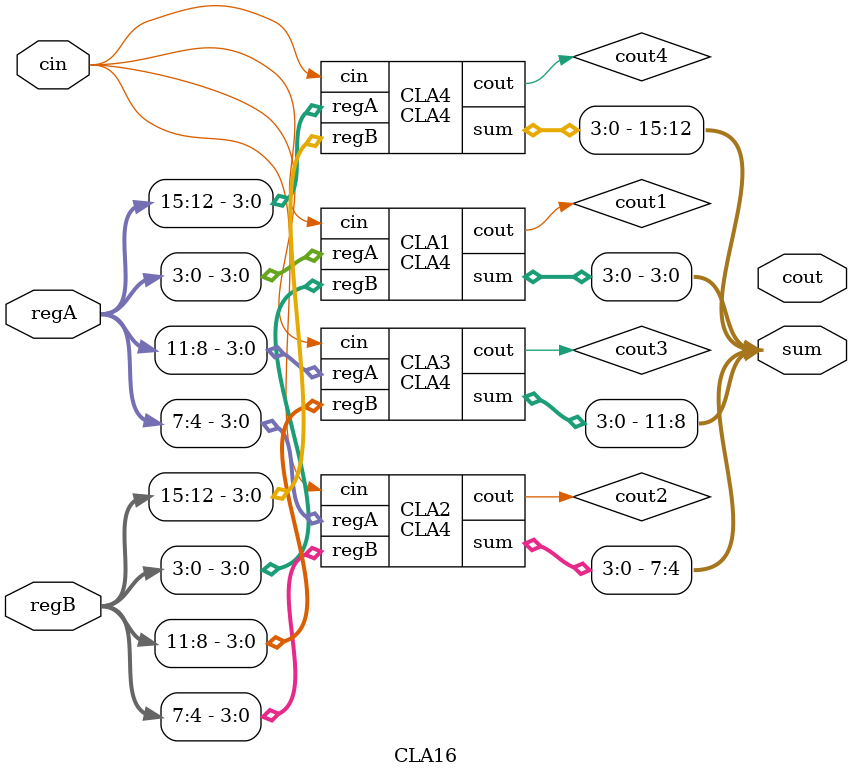
<source format=v>

`timescale 1ns/10ps

module add_op (input [31:0] regA, input [31:0] regB, input wire cin, 
	output wire [31:0] sum, output wire cout); 

wire cout1; 

CLA16 CLA1 (.regA(regA[15:0]), .regB(regB[15:0]), .cin(cin), .sum(sum[15:0]), .cout(cout1)); //bottom 16-bits
CLA16 CLA2 (.regA(regA[31:16]), .regB(regB[31:16]), .cin(cout1), .sum(sum[31:16]), .cout(cout)); //top 16-bits

endmodule


//implementing a 4-bit carry lookahead adder, CLA4
module CLA4 (input [3:0] regA, input [3:0] regB, input wire cin, output wire [3:0] sum, output wire cout);

	wire [3:0] prop, gen, carry; 

	assign prop = regA ^ regB;
	assign gen = regA & regB;
	assign carry[0] = cin;
	assign carry[1] = gen[0] | (prop[0] & carry[0]);
	assign carry[2]= gen[1] | (prop[1] & gen[0]) | (prop[1] & prop[0] & carry[0]);
	assign carry[3]= gen[2] | (prop[2] & gen[1]) | (prop[2] & prop[1] & gen[0]) | (prop[2] & prop[1] & prop[0] & carry[0]);
	assign cout = gen[3] | (prop[3]&gen[2]) | (prop[3]&prop[2]&gen[1]) | (prop[3]&prop[2]&prop[1]&gen[0]) | (prop[3]&prop[2]&prop[1]&prop[0]&carry[0]);
	assign sum[3:0] = prop ^ carry;

endmodule
	

//implementing 16-bit carry lookahead adder, CLA16
module CLA16 (input [15:0] regA, input [15:0] regB, input wire cin, output wire [15:0] sum, output wire cout);
wire cout1, cout2, cout3;
//composed of four 4-bit carry lookahead adders implemented above 
CLA4 CLA1 (.regA(regA[3:0]), .regB(regB[3:0]), .cin(cin), .sum(sum[3:0]), .cout(cout1)); 
CLA4 CLA2 (.regA(regA[7:4]), .regB(regB[7:4]), .cin(cin), .sum(sum[7:4]), .cout(cout2));
CLA4 CLA3 (.regA(regA[11:8]), .regB(regB[11:8]), .cin(cin), .sum(sum[11:8]), .cout(cout3));
CLA4 CLA4 (.regA(regA[15:12]), .regB(regB[15:12]), .cin(cin), .sum(sum[15:12]), .cout(cout4));

endmodule
</source>
